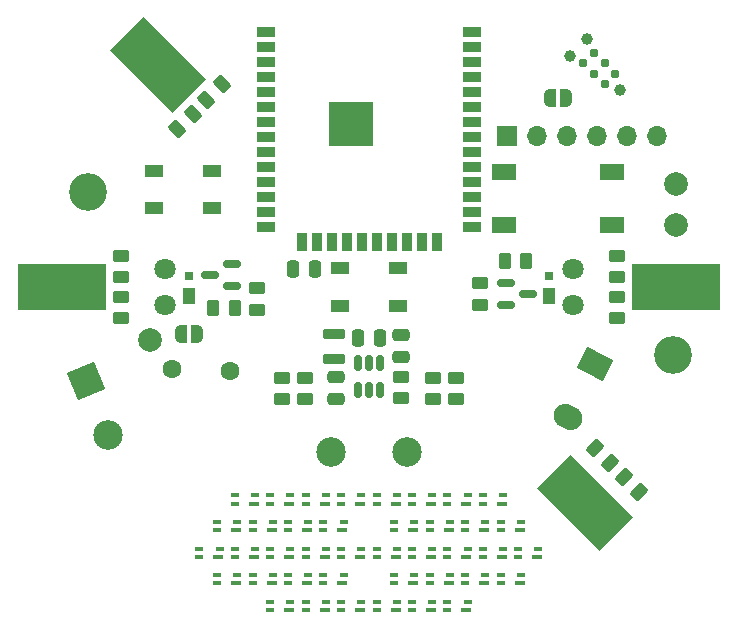
<source format=gbr>
%TF.GenerationSoftware,KiCad,Pcbnew,7.0.10*%
%TF.CreationDate,2024-02-08T00:21:34+01:00*%
%TF.ProjectId,robot_pcb,726f626f-745f-4706-9362-2e6b69636164,rev?*%
%TF.SameCoordinates,Original*%
%TF.FileFunction,Soldermask,Top*%
%TF.FilePolarity,Negative*%
%FSLAX46Y46*%
G04 Gerber Fmt 4.6, Leading zero omitted, Abs format (unit mm)*
G04 Created by KiCad (PCBNEW 7.0.10) date 2024-02-08 00:21:34*
%MOMM*%
%LPD*%
G01*
G04 APERTURE LIST*
G04 Aperture macros list*
%AMRoundRect*
0 Rectangle with rounded corners*
0 $1 Rounding radius*
0 $2 $3 $4 $5 $6 $7 $8 $9 X,Y pos of 4 corners*
0 Add a 4 corners polygon primitive as box body*
4,1,4,$2,$3,$4,$5,$6,$7,$8,$9,$2,$3,0*
0 Add four circle primitives for the rounded corners*
1,1,$1+$1,$2,$3*
1,1,$1+$1,$4,$5*
1,1,$1+$1,$6,$7*
1,1,$1+$1,$8,$9*
0 Add four rect primitives between the rounded corners*
20,1,$1+$1,$2,$3,$4,$5,0*
20,1,$1+$1,$4,$5,$6,$7,0*
20,1,$1+$1,$6,$7,$8,$9,0*
20,1,$1+$1,$8,$9,$2,$3,0*%
%AMHorizOval*
0 Thick line with rounded ends*
0 $1 width*
0 $2 $3 position (X,Y) of the first rounded end (center of the circle)*
0 $4 $5 position (X,Y) of the second rounded end (center of the circle)*
0 Add line between two ends*
20,1,$1,$2,$3,$4,$5,0*
0 Add two circle primitives to create the rounded ends*
1,1,$1,$2,$3*
1,1,$1,$4,$5*%
%AMRotRect*
0 Rectangle, with rotation*
0 The origin of the aperture is its center*
0 $1 length*
0 $2 width*
0 $3 Rotation angle, in degrees counterclockwise*
0 Add horizontal line*
21,1,$1,$2,0,0,$3*%
%AMFreePoly0*
4,1,19,0.500000,-0.750000,0.000000,-0.750000,0.000000,-0.744911,-0.071157,-0.744911,-0.207708,-0.704816,-0.327430,-0.627875,-0.420627,-0.520320,-0.479746,-0.390866,-0.500000,-0.250000,-0.500000,0.250000,-0.479746,0.390866,-0.420627,0.520320,-0.327430,0.627875,-0.207708,0.704816,-0.071157,0.744911,0.000000,0.744911,0.000000,0.750000,0.500000,0.750000,0.500000,-0.750000,0.500000,-0.750000,
$1*%
%AMFreePoly1*
4,1,19,0.000000,0.744911,0.071157,0.744911,0.207708,0.704816,0.327430,0.627875,0.420627,0.520320,0.479746,0.390866,0.500000,0.250000,0.500000,-0.250000,0.479746,-0.390866,0.420627,-0.520320,0.327430,-0.627875,0.207708,-0.704816,0.071157,-0.744911,0.000000,-0.744911,0.000000,-0.750000,-0.500000,-0.750000,-0.500000,0.750000,0.000000,0.750000,0.000000,0.744911,0.000000,0.744911,
$1*%
G04 Aperture macros list end*
%ADD10R,1.500000X0.900000*%
%ADD11R,0.900000X1.500000*%
%ADD12R,3.800000X3.800000*%
%ADD13C,0.600000*%
%ADD14R,7.500000X4.000000*%
%ADD15RotRect,4.000000X7.500000X45.000000*%
%ADD16RotRect,4.000000X7.500000X225.000000*%
%ADD17RoundRect,0.250000X-0.450000X0.262500X-0.450000X-0.262500X0.450000X-0.262500X0.450000X0.262500X0*%
%ADD18R,0.700000X0.350000*%
%ADD19R,0.900000X0.350000*%
%ADD20RoundRect,0.250000X0.475000X-0.250000X0.475000X0.250000X-0.475000X0.250000X-0.475000X-0.250000X0*%
%ADD21FreePoly0,180.000000*%
%ADD22FreePoly1,180.000000*%
%ADD23C,0.990600*%
%ADD24C,0.787400*%
%ADD25RoundRect,0.250000X0.503814X0.132583X0.132583X0.503814X-0.503814X-0.132583X-0.132583X-0.503814X0*%
%ADD26C,3.200000*%
%ADD27RoundRect,0.250000X0.262500X0.450000X-0.262500X0.450000X-0.262500X-0.450000X0.262500X-0.450000X0*%
%ADD28R,1.100000X1.450000*%
%ADD29R,0.800000X0.800000*%
%ADD30RoundRect,0.250000X0.450000X-0.262500X0.450000X0.262500X-0.450000X0.262500X-0.450000X-0.262500X0*%
%ADD31C,2.500000*%
%ADD32RoundRect,0.218750X-0.706250X0.218750X-0.706250X-0.218750X0.706250X-0.218750X0.706250X0.218750X0*%
%ADD33RoundRect,0.250000X0.250000X0.475000X-0.250000X0.475000X-0.250000X-0.475000X0.250000X-0.475000X0*%
%ADD34RotRect,2.500000X2.000000X333.000000*%
%ADD35HorizOval,2.000000X0.222752X-0.113498X-0.222752X0.113498X0*%
%ADD36C,2.000000*%
%ADD37RoundRect,0.150000X0.150000X-0.512500X0.150000X0.512500X-0.150000X0.512500X-0.150000X-0.512500X0*%
%ADD38RotRect,2.500000X2.500000X292.000000*%
%ADD39C,1.800000*%
%ADD40R,2.100000X1.400000*%
%ADD41RoundRect,0.250000X-0.132583X0.503814X-0.503814X0.132583X0.132583X-0.503814X0.503814X-0.132583X0*%
%ADD42RoundRect,0.150000X-0.587500X-0.150000X0.587500X-0.150000X0.587500X0.150000X-0.587500X0.150000X0*%
%ADD43C,1.600000*%
%ADD44RoundRect,0.250000X-0.262500X-0.450000X0.262500X-0.450000X0.262500X0.450000X-0.262500X0.450000X0*%
%ADD45RoundRect,0.150000X0.587500X0.150000X-0.587500X0.150000X-0.587500X-0.150000X0.587500X-0.150000X0*%
%ADD46R,1.500000X1.000000*%
%ADD47R,1.700000X1.700000*%
%ADD48O,1.700000X1.700000*%
G04 APERTURE END LIST*
D10*
%TO.C,U2*%
X141250000Y-78450000D03*
X141250000Y-79720000D03*
X141250000Y-80990000D03*
X141250000Y-82260000D03*
X141250000Y-83530000D03*
X141250000Y-84800000D03*
X141250000Y-86070000D03*
X141250000Y-87340000D03*
X141250000Y-88610000D03*
X141250000Y-89880000D03*
X141250000Y-91150000D03*
X141250000Y-92420000D03*
X141250000Y-93690000D03*
X141250000Y-94960000D03*
D11*
X144290000Y-96210000D03*
X145560000Y-96210000D03*
X146830000Y-96210000D03*
X148100000Y-96210000D03*
X149370000Y-96210000D03*
X150640000Y-96210000D03*
X151910000Y-96210000D03*
X153180000Y-96210000D03*
X154450000Y-96210000D03*
X155720000Y-96210000D03*
D10*
X158750000Y-94960000D03*
X158750000Y-93690000D03*
X158750000Y-92420000D03*
X158750000Y-91150000D03*
X158750000Y-89880000D03*
X158750000Y-88610000D03*
X158750000Y-87340000D03*
X158750000Y-86070000D03*
X158750000Y-84800000D03*
X158750000Y-83530000D03*
X158750000Y-82260000D03*
X158750000Y-80990000D03*
X158750000Y-79720000D03*
X158750000Y-78450000D03*
D12*
X148500000Y-86170000D03*
D13*
X147100000Y-85470000D03*
X149200000Y-86170000D03*
X149900000Y-86870000D03*
X147800000Y-87570000D03*
X147100000Y-86870000D03*
X147800000Y-86170000D03*
X149900000Y-85470000D03*
X147800000Y-84770000D03*
X148475000Y-85470000D03*
X149200000Y-84770000D03*
X149200000Y-87570000D03*
X148475000Y-86870000D03*
%TD*%
D14*
%TO.C,J7*%
X176000000Y-100000000D03*
%TD*%
%TO.C,J4*%
X124000000Y-100000000D03*
%TD*%
D15*
%TO.C,J2*%
X168250000Y-118250000D03*
%TD*%
D16*
%TO.C,J6*%
X132117194Y-81200000D03*
%TD*%
D17*
%TO.C,R4*%
X129000000Y-97337500D03*
X129000000Y-99162500D03*
%TD*%
%TO.C,R11*%
X140500000Y-100087500D03*
X140500000Y-101912500D03*
%TD*%
D18*
%TO.C,U17*%
X158150000Y-119900000D03*
X158150000Y-120600000D03*
D19*
X159750000Y-120600000D03*
D18*
X159850000Y-119900000D03*
%TD*%
%TO.C,U40*%
X143150000Y-124400000D03*
X143150000Y-125100000D03*
D19*
X144750000Y-125100000D03*
D18*
X144850000Y-124400000D03*
%TD*%
D17*
%TO.C,R17*%
X144600000Y-107687500D03*
X144600000Y-109512500D03*
%TD*%
D20*
%TO.C,C3*%
X147250000Y-109500000D03*
X147250000Y-107600000D03*
%TD*%
D18*
%TO.C,U30*%
X141650000Y-117650000D03*
X141650000Y-118350000D03*
D19*
X143250000Y-118350000D03*
D18*
X143350000Y-117650000D03*
%TD*%
D17*
%TO.C,R16*%
X142600000Y-107687500D03*
X142600000Y-109512500D03*
%TD*%
D21*
%TO.C,JP2*%
X135400000Y-104000000D03*
D22*
X134100000Y-104000000D03*
%TD*%
D21*
%TO.C,JP1*%
X166650000Y-84000000D03*
D22*
X165350000Y-84000000D03*
%TD*%
D23*
%TO.C,J5*%
X171296051Y-83296051D03*
X166985528Y-80422369D03*
X168422369Y-78985528D03*
D24*
X170847038Y-81949013D03*
X169949013Y-82847038D03*
X169949013Y-81050987D03*
X169050987Y-81949013D03*
X169050987Y-80152962D03*
X168152962Y-81050987D03*
%TD*%
D18*
%TO.C,U36*%
X144650000Y-117650000D03*
X144650000Y-118350000D03*
D19*
X146250000Y-118350000D03*
D18*
X146350000Y-117650000D03*
%TD*%
%TO.C,U15*%
X161150000Y-124400000D03*
X161150000Y-125100000D03*
D19*
X162750000Y-125100000D03*
D18*
X162850000Y-124400000D03*
%TD*%
D17*
%TO.C,R3*%
X152750000Y-107587500D03*
X152750000Y-109412500D03*
%TD*%
D25*
%TO.C,R2*%
X170395235Y-114895235D03*
X169104765Y-113604765D03*
%TD*%
D26*
%TO.C,H2*%
X175750000Y-105750000D03*
%TD*%
D27*
%TO.C,R13*%
X138662500Y-101750000D03*
X136837500Y-101750000D03*
%TD*%
D18*
%TO.C,U35*%
X146150000Y-124400000D03*
X146150000Y-125100000D03*
D19*
X147750000Y-125100000D03*
D18*
X147850000Y-124400000D03*
%TD*%
D28*
%TO.C,D3*%
X165250000Y-100725000D03*
D29*
X165250000Y-99100000D03*
%TD*%
D18*
%TO.C,U23*%
X144650000Y-122150000D03*
X144650000Y-122850000D03*
D19*
X146250000Y-122850000D03*
D18*
X146350000Y-122150000D03*
%TD*%
D30*
%TO.C,R9*%
X171000000Y-99162500D03*
X171000000Y-97337500D03*
%TD*%
D18*
%TO.C,U10*%
X153650000Y-117650000D03*
X153650000Y-118350000D03*
D19*
X155250000Y-118350000D03*
D18*
X155350000Y-117650000D03*
%TD*%
D31*
%TO.C,H3*%
X146800000Y-114000000D03*
%TD*%
D25*
%TO.C,R1*%
X172870109Y-117370109D03*
X171579639Y-116079639D03*
%TD*%
D18*
%TO.C,U4*%
X150650000Y-117650000D03*
X150650000Y-118350000D03*
D19*
X152250000Y-118350000D03*
D18*
X152350000Y-117650000D03*
%TD*%
D32*
%TO.C,L1*%
X147000000Y-103987500D03*
X147000000Y-106112500D03*
%TD*%
D18*
%TO.C,U12*%
X162650000Y-122150000D03*
X162650000Y-122850000D03*
D19*
X164250000Y-122850000D03*
D18*
X164350000Y-122150000D03*
%TD*%
%TO.C,U37*%
X143150000Y-119900000D03*
X143150000Y-120600000D03*
D19*
X144750000Y-120600000D03*
D18*
X144850000Y-119900000D03*
%TD*%
D17*
%TO.C,R12*%
X157400000Y-107687500D03*
X157400000Y-109512500D03*
%TD*%
D18*
%TO.C,U7*%
X150650000Y-122150000D03*
X150650000Y-122850000D03*
D19*
X152250000Y-122850000D03*
D18*
X152350000Y-122150000D03*
%TD*%
%TO.C,U26*%
X147650000Y-117650000D03*
X147650000Y-118350000D03*
D19*
X149250000Y-118350000D03*
D18*
X149350000Y-117650000D03*
%TD*%
%TO.C,U31*%
X140150000Y-119900000D03*
X140150000Y-120600000D03*
D19*
X141750000Y-120600000D03*
D18*
X141850000Y-119900000D03*
%TD*%
D33*
%TO.C,C5*%
X145450000Y-98500000D03*
X143550000Y-98500000D03*
%TD*%
D30*
%TO.C,R14*%
X159400000Y-101512500D03*
X159400000Y-99687500D03*
%TD*%
D18*
%TO.C,U14*%
X155150000Y-124400000D03*
X155150000Y-125100000D03*
D19*
X156750000Y-125100000D03*
D18*
X156850000Y-124400000D03*
%TD*%
%TO.C,U11*%
X155150000Y-119900000D03*
X155150000Y-120600000D03*
D19*
X156750000Y-120600000D03*
D18*
X156850000Y-119900000D03*
%TD*%
D28*
%TO.C,D1*%
X134750000Y-100725000D03*
D29*
X134750000Y-99100000D03*
%TD*%
D18*
%TO.C,U41*%
X144650000Y-126650000D03*
X144650000Y-127350000D03*
D19*
X146250000Y-127350000D03*
D18*
X146350000Y-126650000D03*
%TD*%
%TO.C,U38*%
X141650000Y-126650000D03*
X141650000Y-127350000D03*
D19*
X143250000Y-127350000D03*
D18*
X143350000Y-126650000D03*
%TD*%
D33*
%TO.C,C4*%
X150950000Y-104300000D03*
X149050000Y-104300000D03*
%TD*%
D34*
%TO.C,C1*%
X169134976Y-106522484D03*
D35*
X166865024Y-110977517D03*
%TD*%
D36*
%TO.C,TP3*%
X176000000Y-91250000D03*
%TD*%
D18*
%TO.C,U25*%
X137150000Y-119900000D03*
X137150000Y-120600000D03*
D19*
X138750000Y-120600000D03*
D18*
X138850000Y-119900000D03*
%TD*%
%TO.C,U42*%
X147650000Y-126650000D03*
X147650000Y-127350000D03*
D19*
X149250000Y-127350000D03*
D18*
X149350000Y-126650000D03*
%TD*%
%TO.C,U29*%
X146150000Y-119900000D03*
X146150000Y-120600000D03*
D19*
X147750000Y-120600000D03*
D18*
X147850000Y-119900000D03*
%TD*%
%TO.C,U28*%
X137150000Y-124400000D03*
X137150000Y-125100000D03*
D19*
X138750000Y-125100000D03*
D18*
X138850000Y-124400000D03*
%TD*%
D37*
%TO.C,U1*%
X149050000Y-108687500D03*
X150000000Y-108687500D03*
X150950000Y-108687500D03*
X150950000Y-106412500D03*
X150000000Y-106412500D03*
X149050000Y-106412500D03*
%TD*%
D18*
%TO.C,U19*%
X156650000Y-122150000D03*
X156650000Y-122850000D03*
D19*
X158250000Y-122850000D03*
D18*
X158350000Y-122150000D03*
%TD*%
D38*
%TO.C,J1*%
X126063484Y-107932040D03*
D31*
X127936517Y-112567959D03*
%TD*%
D39*
%TO.C,M2*%
X167250000Y-101500000D03*
X167250000Y-98500000D03*
%TD*%
D17*
%TO.C,R10*%
X155400000Y-107687500D03*
X155400000Y-109512500D03*
%TD*%
%TO.C,R5*%
X129000000Y-100837500D03*
X129000000Y-102662500D03*
%TD*%
D18*
%TO.C,U8*%
X152150000Y-124400000D03*
X152150000Y-125100000D03*
D19*
X153750000Y-125100000D03*
D18*
X153850000Y-124400000D03*
%TD*%
%TO.C,U9*%
X161150000Y-119900000D03*
X161150000Y-120600000D03*
D19*
X162750000Y-120600000D03*
D18*
X162850000Y-119900000D03*
%TD*%
D40*
%TO.C,SW1*%
X161450000Y-94750000D03*
X170550000Y-94750000D03*
X161450000Y-90250000D03*
X170550000Y-90250000D03*
%TD*%
D41*
%TO.C,R7*%
X135060527Y-85327735D03*
X133770057Y-86618205D03*
%TD*%
D18*
%TO.C,U16*%
X156650000Y-117650000D03*
X156650000Y-118350000D03*
D19*
X158250000Y-118350000D03*
D18*
X158350000Y-117650000D03*
%TD*%
%TO.C,U32*%
X147650000Y-122150000D03*
X147650000Y-122850000D03*
D19*
X149250000Y-122850000D03*
D18*
X149350000Y-122150000D03*
%TD*%
%TO.C,U34*%
X140150000Y-124400000D03*
X140150000Y-125100000D03*
D19*
X141750000Y-125100000D03*
D18*
X141850000Y-124400000D03*
%TD*%
D42*
%TO.C,Q2*%
X161562500Y-99650000D03*
X161562500Y-101550000D03*
X163437500Y-100600000D03*
%TD*%
D18*
%TO.C,U21*%
X153650000Y-126650000D03*
X153650000Y-127350000D03*
D19*
X155250000Y-127350000D03*
D18*
X155350000Y-126650000D03*
%TD*%
D26*
%TO.C,H1*%
X126250000Y-92000000D03*
%TD*%
D43*
%TO.C,TH1*%
X133289230Y-106915681D03*
X138210770Y-107084319D03*
%TD*%
D18*
%TO.C,U33*%
X138650000Y-122150000D03*
X138650000Y-122850000D03*
D19*
X140250000Y-122850000D03*
D18*
X140350000Y-122150000D03*
%TD*%
%TO.C,U39*%
X141650000Y-122150000D03*
X141650000Y-122850000D03*
D19*
X143250000Y-122850000D03*
D18*
X143350000Y-122150000D03*
%TD*%
D36*
%TO.C,TP2*%
X176000000Y-94750000D03*
%TD*%
D18*
%TO.C,U22*%
X156650000Y-126650000D03*
X156650000Y-127350000D03*
D19*
X158250000Y-127350000D03*
D18*
X158350000Y-126650000D03*
%TD*%
D44*
%TO.C,R15*%
X161487500Y-97800000D03*
X163312500Y-97800000D03*
%TD*%
D18*
%TO.C,U24*%
X138650000Y-117650000D03*
X138650000Y-118350000D03*
D19*
X140250000Y-118350000D03*
D18*
X140350000Y-117650000D03*
%TD*%
%TO.C,U27*%
X135650000Y-122150000D03*
X135650000Y-122850000D03*
D19*
X137250000Y-122850000D03*
D18*
X137350000Y-122150000D03*
%TD*%
%TO.C,U3*%
X159650000Y-122150000D03*
X159650000Y-122850000D03*
D19*
X161250000Y-122850000D03*
D18*
X161350000Y-122150000D03*
%TD*%
D45*
%TO.C,Q1*%
X138437500Y-99950000D03*
X138437500Y-98050000D03*
X136562500Y-99000000D03*
%TD*%
D18*
%TO.C,U6*%
X159650000Y-117650000D03*
X159650000Y-118350000D03*
D19*
X161250000Y-118350000D03*
D18*
X161350000Y-117650000D03*
%TD*%
D31*
%TO.C,H4*%
X153200000Y-114000000D03*
%TD*%
D46*
%TO.C,D4*%
X136700000Y-93350000D03*
X136700000Y-90150000D03*
X131800000Y-90150000D03*
X131800000Y-93350000D03*
%TD*%
D18*
%TO.C,U5*%
X152150000Y-119900000D03*
X152150000Y-120600000D03*
D19*
X153750000Y-120600000D03*
D18*
X153850000Y-119900000D03*
%TD*%
D39*
%TO.C,M1*%
X132750000Y-101500000D03*
X132750000Y-98500000D03*
%TD*%
D41*
%TO.C,R6*%
X137535401Y-82852861D03*
X136244931Y-84143331D03*
%TD*%
D30*
%TO.C,R8*%
X171000000Y-102662500D03*
X171000000Y-100837500D03*
%TD*%
D20*
%TO.C,C2*%
X152750000Y-105950000D03*
X152750000Y-104050000D03*
%TD*%
D18*
%TO.C,U20*%
X158150000Y-124400000D03*
X158150000Y-125100000D03*
D19*
X159750000Y-125100000D03*
D18*
X159850000Y-124400000D03*
%TD*%
%TO.C,U13*%
X153650000Y-122150000D03*
X153650000Y-122850000D03*
D19*
X155250000Y-122850000D03*
D18*
X155350000Y-122150000D03*
%TD*%
D36*
%TO.C,TP1*%
X131500000Y-104500000D03*
%TD*%
D18*
%TO.C,U18*%
X150650000Y-126650000D03*
X150650000Y-127350000D03*
D19*
X152250000Y-127350000D03*
D18*
X152350000Y-126650000D03*
%TD*%
D46*
%TO.C,D2*%
X152450000Y-101600000D03*
X152450000Y-98400000D03*
X147550000Y-98400000D03*
X147550000Y-101600000D03*
%TD*%
D47*
%TO.C,J3*%
X161650000Y-87250000D03*
D48*
X164190000Y-87250000D03*
X166730000Y-87250000D03*
X169270000Y-87250000D03*
X171810000Y-87250000D03*
X174350000Y-87250000D03*
%TD*%
M02*

</source>
